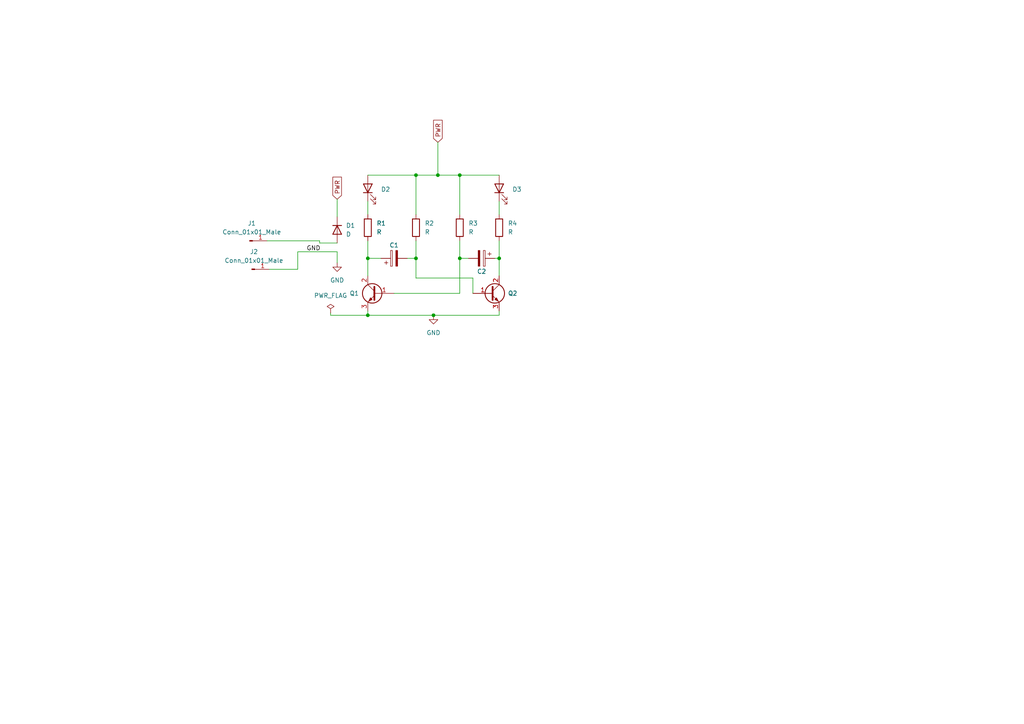
<source format=kicad_sch>
(kicad_sch (version 20230121) (generator eeschema)
  (paper "A4")
  (lib_symbols
    (symbol "Connector:Conn_01x01_Male" (pin_names (offset 1.016) hide)
      (property "Reference" "J" (at 0 2.54 0))
      (property "Value" "Conn_01x01_Male" (at 0 -2.54 0))
      (symbol "Conn_01x01_Male_1_1"
        (polyline (pts (xy 1.27 0) (xy 0.8636 0)) (stroke (width 0.1524)))
        (rectangle (start 0.8636 0.127) (end 0 -0.127) (stroke (width 0.1524)) (fill (type outline)))
        (pin passive line (at 5.08 0 180) (length 3.81) (name "Pin_1") (number "1"))
      )
    )
    (symbol "Device:C_Polarized" (pin_numbers hide) (pin_names (offset 0.254))
      (property "Reference" "C" (at 0.635 2.54 0))
      (property "Value" "C_Polarized" (at 0.635 -2.54 0))
      (symbol "C_Polarized_0_1"
        (rectangle (start -2.286 0.508) (end 2.286 1.016))
        (polyline (pts (xy -1.778 2.286) (xy -0.762 2.286)))
        (polyline (pts (xy -1.27 2.794) (xy -1.27 1.778)))
        (rectangle (start 2.286 -0.508) (end -2.286 -1.016) (fill (type outline)))
      )
      (symbol "C_Polarized_1_1"
        (pin passive line (at 0 3.81 270) (length 2.794) (name "~") (number "1"))
        (pin passive line (at 0 -3.81 90) (length 2.794) (name "~") (number "2"))
      )
    )
    (symbol "Device:D" (pin_numbers hide) (pin_names (offset 1.016) hide)
      (property "Reference" "D" (at 0 2.54 0))
      (property "Value" "D" (at 0 -2.54 0))
      (symbol "D_0_1"
        (polyline (pts (xy -1.27 1.27) (xy -1.27 -1.27)) (stroke (width 0.254)))
        (polyline (pts (xy 1.27 0) (xy -1.27 0)))
        (polyline (pts (xy 1.27 1.27) (xy 1.27 -1.27) (xy -1.27 0) (xy 1.27 1.27)) (stroke (width 0.254)))
      )
      (symbol "D_1_1"
        (pin passive line (at -3.81 0 0) (length 2.54) (name "K") (number "1"))
        (pin passive line (at 3.81 0 180) (length 2.54) (name "A") (number "2"))
      )
    )
    (symbol "Device:LED" (pin_numbers hide) (pin_names (offset 1.016) hide)
      (property "Reference" "D" (at 0 2.54 0))
      (property "Value" "LED" (at 0 -2.54 0))
      (symbol "LED_0_1"
        (polyline (pts (xy -1.27 -1.27) (xy -1.27 1.27)) (stroke (width 0.254)))
        (polyline (pts (xy -1.27 0) (xy 1.27 0)))
        (polyline (pts (xy 1.27 -1.27) (xy 1.27 1.27) (xy -1.27 0) (xy 1.27 -1.27)) (stroke (width 0.254)))
        (polyline (pts (xy -3.048 -0.762) (xy -4.572 -2.286) (xy -3.81 -2.286) (xy -4.572 -2.286) (xy -4.572 -1.524)))
        (polyline (pts (xy -1.778 -0.762) (xy -3.302 -2.286) (xy -2.54 -2.286) (xy -3.302 -2.286) (xy -3.302 -1.524)))
      )
      (symbol "LED_1_1"
        (pin passive line (at -3.81 0 0) (length 2.54) (name "K") (number "1"))
        (pin passive line (at 3.81 0 180) (length 2.54) (name "A") (number "2"))
      )
    )
    (symbol "Device:Q_NPN_BCE" (pin_names (offset 0) hide)
      (property "Reference" "Q" (at 5.08 1.27 0))
      (property "Value" "Q_NPN_BCE" (at 5.08 -1.27 0))
      (symbol "Q_NPN_BCE_0_1"
        (polyline (pts (xy 0.635 0.635) (xy 2.54 2.54)))
        (polyline (pts (xy 0.635 -0.635) (xy 2.54 -2.54) (xy 2.54 -2.54)))
        (polyline (pts (xy 0.635 1.905) (xy 0.635 -1.905) (xy 0.635 -1.905)) (stroke (width 0.508)))
        (polyline (pts (xy 1.27 -1.778) (xy 1.778 -1.27) (xy 2.286 -2.286) (xy 1.27 -1.778) (xy 1.27 -1.778)) (fill (type outline)))
        (circle (center 1.27 0) (radius 2.8194) (stroke (width 0.254)))
      )
      (symbol "Q_NPN_BCE_1_1"
        (pin input line (at -5.08 0 0) (length 5.715) (name "B") (number "1"))
        (pin passive line (at 2.54 5.08 270) (length 2.54) (name "C") (number "2"))
        (pin passive line (at 2.54 -5.08 90) (length 2.54) (name "E") (number "3"))
      )
    )
    (symbol "Device:R" (pin_numbers hide) (pin_names (offset 0))
      (property "Reference" "R" (at 2.032 0 90))
      (property "Value" "R" (at 0 0 90))
      (symbol "R_0_1"
        (rectangle (start -1.016 -2.54) (end 1.016 2.54) (stroke (width 0.254)))
      )
      (symbol "R_1_1"
        (pin passive line (at 0 3.81 270) (length 1.27) (name "~") (number "1"))
        (pin passive line (at 0 -3.81 90) (length 1.27) (name "~") (number "2"))
      )
    )
    (symbol "power:GND" (power) (pin_names (offset 0))
      (property "Value" "GND" (at 0 -3.81 0))
      (symbol "GND_0_1"
        (polyline (pts (xy 0 0) (xy 0 -1.27) (xy 1.27 -1.27) (xy 0 -2.54) (xy -1.27 -1.27) (xy 0 -1.27)))
      )
      (symbol "GND_1_1"
        (pin power_in line (at 0 0 270) (length 0) hide (name "GND") (number "1"))
      )
    )
    (symbol "power:PWR_FLAG" (power) (pin_numbers hide) (pin_names (offset 0) hide)
      (property "Value" "PWR_FLAG" (at 0 3.81 0))
      (symbol "PWR_FLAG_0_0"
        (pin power_out line (at 0 0 90) (length 0) (name "pwr") (number "1"))
      )
      (symbol "PWR_FLAG_0_1"
        (polyline (pts (xy 0 0) (xy 0 1.27) (xy -1.016 1.905) (xy 0 2.54) (xy 1.016 1.905) (xy 0 1.27)))
      )
    )
  )
  (junction (at 144.78 74.93))
  (junction (at 106.68 74.93))
  (junction (at 106.68 91.44))
  (junction (at 133.35 74.93))
  (junction (at 125.73 91.44))
  (junction (at 127 50.8))
  (junction (at 120.65 50.8))
  (junction (at 133.35 50.8))
  (junction (at 120.65 74.93))
  (wire (pts (xy 106.68 74.93) (xy 106.68 80.01)))
  (wire (pts (xy 106.68 74.93) (xy 110.49 74.93)))
  (wire (pts (xy 97.79 57.785) (xy 97.79 62.865)))
  (wire (pts (xy 86.36 73.025) (xy 86.36 78.105)))
  (wire (pts (xy 144.78 91.44) (xy 125.73 91.44)))
  (wire (pts (xy 106.68 69.85) (xy 106.68 74.93)))
  (wire (pts (xy 144.78 74.93) (xy 144.78 80.01)))
  (wire (pts (xy 133.35 85.09) (xy 114.3 85.09)))
  (wire (pts (xy 86.36 78.105) (xy 78.105 78.105)))
  (wire (pts (xy 92.71 70.485) (xy 97.79 70.485)))
  (wire (pts (xy 133.35 62.23) (xy 133.35 50.8)))
  (wire (pts (xy 97.79 73.025) (xy 97.79 76.2)))
  (wire (pts (xy 144.78 69.85) (xy 144.78 74.93)))
  (wire (pts (xy 125.73 91.44) (xy 106.68 91.44)))
  (wire (pts (xy 120.65 62.23) (xy 120.65 50.8)))
  (wire (pts (xy 106.68 90.17) (xy 106.68 91.44)))
  (wire (pts (xy 137.16 80.645) (xy 137.16 85.09)))
  (wire (pts (xy 86.36 73.025) (xy 97.79 73.025)))
  (wire (pts (xy 106.68 58.42) (xy 106.68 62.23)))
  (wire (pts (xy 133.35 50.8) (xy 144.78 50.8)))
  (wire (pts (xy 120.65 80.645) (xy 137.16 80.645)))
  (wire (pts (xy 95.885 91.44) (xy 106.68 91.44)))
  (wire (pts (xy 133.35 74.93) (xy 133.35 85.09)))
  (wire (pts (xy 106.68 50.8) (xy 120.65 50.8)))
  (wire (pts (xy 127 50.8) (xy 133.35 50.8)))
  (wire (pts (xy 77.47 69.85) (xy 92.71 69.85)))
  (wire (pts (xy 133.35 69.85) (xy 133.35 74.93)))
  (wire (pts (xy 92.71 69.85) (xy 92.71 70.485)))
  (wire (pts (xy 133.35 74.93) (xy 135.89 74.93)))
  (wire (pts (xy 144.78 58.42) (xy 144.78 62.23)))
  (wire (pts (xy 144.78 74.93) (xy 143.51 74.93)))
  (wire (pts (xy 95.885 91.44) (xy 95.885 90.805)))
  (wire (pts (xy 120.65 50.8) (xy 127 50.8)))
  (wire (pts (xy 127 41.275) (xy 127 50.8)))
  (wire (pts (xy 120.65 69.85) (xy 120.65 74.93)))
  (wire (pts (xy 144.78 90.17) (xy 144.78 91.44)))
  (wire (pts (xy 120.65 74.93) (xy 118.11 74.93)))
  (wire (pts (xy 120.65 74.93) (xy 120.65 80.645)))
  (label "GND" (at 88.9 73.025 0))
  (global_label "PWR" (shape input) (at 127 41.275 90) (property "Intersheetrefs" "${INTERSHEET_REFS}" (effects hide)))
  (global_label "PWR" (shape input) (at 97.79 57.785 90) (property "Intersheetrefs" "${INTERSHEET_REFS}" (effects hide)))
  (symbol (lib_id "Device:LED") (at 106.68 54.61 90) (unit 1)
    (property "Reference" "D2" (at 110.49 54.9274 90) (effects (justify right)))
    (property "Value" "LED" (effects hide))
    (property "Footprint" "kit-introducao-soldadura:LED_D5.0mm" (effects hide))
  )
  (symbol (lib_id "Device:R") (at 144.78 66.04 0) (unit 1)
    (property "Reference" "R4" (at 147.32 64.7699 0) (effects (justify left)))
    (property "Value" "R" (at 147.32 67.3099 0) (effects (justify left)))
    (property "Footprint" "kit-introducao-soldadura:R_Axial_DIN0309_L9.0mm_D3.2mm_P12.70mm_Horizontal" (effects hide))
  )
  (symbol (lib_id "power:PWR_FLAG") (at 95.885 90.805 0) (unit 1)
    (property "Reference" "#FLG0102" (effects hide))
    (property "Value" "PWR_FLAG" (at 95.885 85.725 0))
  )
  (symbol (lib_id "Device:R") (at 106.68 66.04 0) (unit 1)
    (property "Reference" "R1" (at 109.22 64.7699 0) (effects (justify left)))
    (property "Value" "R" (at 109.22 67.3099 0) (effects (justify left)))
    (property "Footprint" "kit-introducao-soldadura:R_Axial_DIN0309_L9.0mm_D3.2mm_P12.70mm_Horizontal" (effects hide))
  )
  (symbol (lib_id "Device:LED") (at 144.78 54.61 90) (unit 1)
    (property "Reference" "D3" (at 148.59 54.9274 90) (effects (justify right)))
    (property "Value" "LED" (effects hide))
    (property "Footprint" "kit-introducao-soldadura:LED_D5.0mm" (effects hide))
  )
  (symbol (lib_id "Device:Q_NPN_BCE") (at 109.22 85.09 0) (mirror y) (unit 1)
    (property "Reference" "Q1" (at 104.14 85.0899 0) (effects (justify left)))
    (property "Value" "Q_NPN_BCE" (effects hide))
    (property "Footprint" "kit-introducao-soldadura:TO92" (effects hide))
  )
  (symbol (lib_id "Device:R") (at 133.35 66.04 0) (unit 1)
    (property "Reference" "R3" (at 135.89 64.7699 0) (effects (justify left)))
    (property "Value" "R" (at 135.89 67.3099 0) (effects (justify left)))
    (property "Footprint" "kit-introducao-soldadura:R_Axial_DIN0309_L9.0mm_D3.2mm_P12.70mm_Horizontal" (effects hide))
  )
  (symbol (lib_id "Connector:Conn_01x01_Male") (at 73.025 78.105 0) (unit 1)
    (property "Reference" "J2" (at 73.66 73.025 0))
    (property "Value" "Conn_01x01_Male" (at 73.66 75.565 0))
    (property "Footprint" "kit-introducao-soldadura:pad" (effects hide))
  )
  (symbol (lib_id "Device:Q_NPN_BCE") (at 142.24 85.09 0) (unit 1)
    (property "Reference" "Q2" (at 147.32 85.0899 0) (effects (justify left)))
    (property "Value" "Q_NPN_BCE" (effects hide))
    (property "Footprint" "kit-introducao-soldadura:TO92" (effects hide))
  )
  (symbol (lib_id "Device:R") (at 120.65 66.04 0) (unit 1)
    (property "Reference" "R2" (at 123.19 64.7699 0) (effects (justify left)))
    (property "Value" "R" (at 123.19 67.3099 0) (effects (justify left)))
    (property "Footprint" "kit-introducao-soldadura:R_Axial_DIN0309_L9.0mm_D3.2mm_P12.70mm_Horizontal" (effects hide))
  )
  (symbol (lib_id "Device:C_Polarized") (at 114.3 74.93 90) (unit 1)
    (property "Reference" "C1" (at 114.3 71.12 90))
    (property "Value" "C_Polarized" (effects hide))
    (property "Footprint" "kit-introducao-soldadura:CP_Radial_D5.0mm_P2.00mm" (effects hide))
  )
  (symbol (lib_id "power:GND") (at 125.73 91.44 0) (unit 1)
    (property "Reference" "#PWR0104" (effects hide))
    (property "Value" "GND" (at 125.73 96.52 0))
  )
  (symbol (lib_id "Connector:Conn_01x01_Male") (at 72.39 69.85 0) (unit 1)
    (property "Reference" "J1" (at 73.025 64.77 0))
    (property "Value" "Conn_01x01_Male" (at 73.025 67.31 0))
    (property "Footprint" "kit-introducao-soldadura:pad" (effects hide))
  )
  (symbol (lib_id "Device:C_Polarized") (at 139.7 74.93 270) (unit 1)
    (property "Reference" "C2" (at 139.7 78.74 90))
    (property "Value" "C_Polarized" (effects hide))
    (property "Footprint" "kit-introducao-soldadura:CP_Radial_D5.0mm_P2.00mm" (effects hide))
  )
  (symbol (lib_id "power:GND") (at 97.79 76.2 0) (unit 1)
    (property "Reference" "#PWR0101" (effects hide))
    (property "Value" "GND" (at 97.79 81.28 0))
  )
  (symbol (lib_id "Device:D") (at 97.79 66.675 270) (unit 1)
    (property "Reference" "D1" (at 100.33 65.4049 90) (effects (justify left)))
    (property "Value" "D" (at 100.33 67.9449 90) (effects (justify left)))
    (property "Footprint" "Diode_THT:D_5W_P12.70mm_Horizontal" (effects hide))
  )
)
</source>
